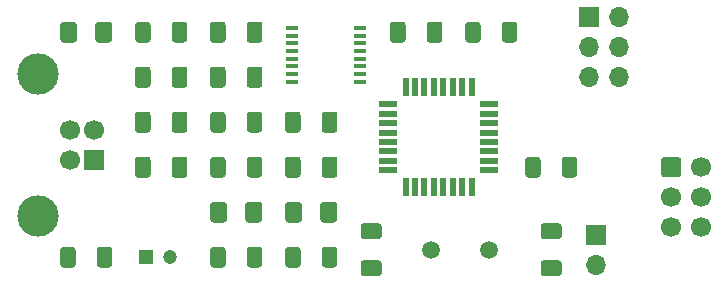
<source format=gts>
%TF.GenerationSoftware,KiCad,Pcbnew,(5.1.10-0-10_14)*%
%TF.CreationDate,2021-11-02T10:24:53+01:00*%
%TF.ProjectId,UPDI_programmer,55504449-5f70-4726-9f67-72616d6d6572,rev?*%
%TF.SameCoordinates,Original*%
%TF.FileFunction,Soldermask,Top*%
%TF.FilePolarity,Negative*%
%FSLAX46Y46*%
G04 Gerber Fmt 4.6, Leading zero omitted, Abs format (unit mm)*
G04 Created by KiCad (PCBNEW (5.1.10-0-10_14)) date 2021-11-02 10:24:53*
%MOMM*%
%LPD*%
G01*
G04 APERTURE LIST*
%ADD10C,3.500000*%
%ADD11C,1.700000*%
%ADD12R,1.700000X1.700000*%
%ADD13O,1.700000X1.700000*%
%ADD14C,1.500000*%
%ADD15R,1.000000X0.400000*%
%ADD16R,1.600000X0.550000*%
%ADD17R,0.550000X1.600000*%
%ADD18C,1.200000*%
%ADD19R,1.200000X1.200000*%
G04 APERTURE END LIST*
D10*
%TO.C,J3*%
X103240000Y-61945000D03*
X103240000Y-73985000D03*
D11*
X105950000Y-69215000D03*
X105950000Y-66715000D03*
X107950000Y-66715000D03*
D12*
X107950000Y-69215000D03*
%TD*%
D13*
%TO.C,J2*%
X152400000Y-62230000D03*
X149860000Y-62230000D03*
X152400000Y-59690000D03*
X149860000Y-59690000D03*
X152400000Y-57150000D03*
D12*
X149860000Y-57150000D03*
%TD*%
D14*
%TO.C,Y1*%
X141405000Y-76835000D03*
X136525000Y-76835000D03*
%TD*%
D15*
%TO.C,U1*%
X130535000Y-58050000D03*
X130535000Y-58700000D03*
X130535000Y-59350000D03*
X130535000Y-60000000D03*
X130535000Y-60650000D03*
X130535000Y-61300000D03*
X130535000Y-61950000D03*
X130535000Y-62600000D03*
X124735000Y-62600000D03*
X124735000Y-61950000D03*
X124735000Y-61300000D03*
X124735000Y-60650000D03*
X124735000Y-60000000D03*
X124735000Y-59350000D03*
X124735000Y-58700000D03*
X124735000Y-58050000D03*
%TD*%
D16*
%TO.C,U2*%
X132910000Y-70110000D03*
X132910000Y-69310000D03*
X132910000Y-68510000D03*
X132910000Y-67710000D03*
X132910000Y-66910000D03*
X132910000Y-66110000D03*
X132910000Y-65310000D03*
X132910000Y-64510000D03*
D17*
X134360000Y-63060000D03*
X135160000Y-63060000D03*
X135960000Y-63060000D03*
X136760000Y-63060000D03*
X137560000Y-63060000D03*
X138360000Y-63060000D03*
X139160000Y-63060000D03*
X139960000Y-63060000D03*
D16*
X141410000Y-64510000D03*
X141410000Y-65310000D03*
X141410000Y-66110000D03*
X141410000Y-66910000D03*
X141410000Y-67710000D03*
X141410000Y-68510000D03*
X141410000Y-69310000D03*
X141410000Y-70110000D03*
D17*
X139960000Y-71560000D03*
X139160000Y-71560000D03*
X138360000Y-71560000D03*
X137560000Y-71560000D03*
X136760000Y-71560000D03*
X135960000Y-71560000D03*
X135160000Y-71560000D03*
X134360000Y-71560000D03*
%TD*%
%TO.C,R5*%
G36*
G01*
X127265000Y-78095000D02*
X127265000Y-76845000D01*
G75*
G02*
X127515000Y-76595000I250000J0D01*
G01*
X128315000Y-76595000D01*
G75*
G02*
X128565000Y-76845000I0J-250000D01*
G01*
X128565000Y-78095000D01*
G75*
G02*
X128315000Y-78345000I-250000J0D01*
G01*
X127515000Y-78345000D01*
G75*
G02*
X127265000Y-78095000I0J250000D01*
G01*
G37*
G36*
G01*
X124165000Y-78095000D02*
X124165000Y-76845000D01*
G75*
G02*
X124415000Y-76595000I250000J0D01*
G01*
X125215000Y-76595000D01*
G75*
G02*
X125465000Y-76845000I0J-250000D01*
G01*
X125465000Y-78095000D01*
G75*
G02*
X125215000Y-78345000I-250000J0D01*
G01*
X124415000Y-78345000D01*
G75*
G02*
X124165000Y-78095000I0J250000D01*
G01*
G37*
%TD*%
%TO.C,R1*%
G36*
G01*
X114565000Y-59045000D02*
X114565000Y-57795000D01*
G75*
G02*
X114815000Y-57545000I250000J0D01*
G01*
X115615000Y-57545000D01*
G75*
G02*
X115865000Y-57795000I0J-250000D01*
G01*
X115865000Y-59045000D01*
G75*
G02*
X115615000Y-59295000I-250000J0D01*
G01*
X114815000Y-59295000D01*
G75*
G02*
X114565000Y-59045000I0J250000D01*
G01*
G37*
G36*
G01*
X111465000Y-59045000D02*
X111465000Y-57795000D01*
G75*
G02*
X111715000Y-57545000I250000J0D01*
G01*
X112515000Y-57545000D01*
G75*
G02*
X112765000Y-57795000I0J-250000D01*
G01*
X112765000Y-59045000D01*
G75*
G02*
X112515000Y-59295000I-250000J0D01*
G01*
X111715000Y-59295000D01*
G75*
G02*
X111465000Y-59045000I0J250000D01*
G01*
G37*
%TD*%
%TO.C,R4*%
G36*
G01*
X120915000Y-78095000D02*
X120915000Y-76845000D01*
G75*
G02*
X121165000Y-76595000I250000J0D01*
G01*
X121965000Y-76595000D01*
G75*
G02*
X122215000Y-76845000I0J-250000D01*
G01*
X122215000Y-78095000D01*
G75*
G02*
X121965000Y-78345000I-250000J0D01*
G01*
X121165000Y-78345000D01*
G75*
G02*
X120915000Y-78095000I0J250000D01*
G01*
G37*
G36*
G01*
X117815000Y-78095000D02*
X117815000Y-76845000D01*
G75*
G02*
X118065000Y-76595000I250000J0D01*
G01*
X118865000Y-76595000D01*
G75*
G02*
X119115000Y-76845000I0J-250000D01*
G01*
X119115000Y-78095000D01*
G75*
G02*
X118865000Y-78345000I-250000J0D01*
G01*
X118065000Y-78345000D01*
G75*
G02*
X117815000Y-78095000I0J250000D01*
G01*
G37*
%TD*%
%TO.C,R6*%
G36*
G01*
X142505000Y-59045000D02*
X142505000Y-57795000D01*
G75*
G02*
X142755000Y-57545000I250000J0D01*
G01*
X143555000Y-57545000D01*
G75*
G02*
X143805000Y-57795000I0J-250000D01*
G01*
X143805000Y-59045000D01*
G75*
G02*
X143555000Y-59295000I-250000J0D01*
G01*
X142755000Y-59295000D01*
G75*
G02*
X142505000Y-59045000I0J250000D01*
G01*
G37*
G36*
G01*
X139405000Y-59045000D02*
X139405000Y-57795000D01*
G75*
G02*
X139655000Y-57545000I250000J0D01*
G01*
X140455000Y-57545000D01*
G75*
G02*
X140705000Y-57795000I0J-250000D01*
G01*
X140705000Y-59045000D01*
G75*
G02*
X140455000Y-59295000I-250000J0D01*
G01*
X139655000Y-59295000D01*
G75*
G02*
X139405000Y-59045000I0J250000D01*
G01*
G37*
%TD*%
%TO.C,R2*%
G36*
G01*
X120915000Y-66665000D02*
X120915000Y-65415000D01*
G75*
G02*
X121165000Y-65165000I250000J0D01*
G01*
X121965000Y-65165000D01*
G75*
G02*
X122215000Y-65415000I0J-250000D01*
G01*
X122215000Y-66665000D01*
G75*
G02*
X121965000Y-66915000I-250000J0D01*
G01*
X121165000Y-66915000D01*
G75*
G02*
X120915000Y-66665000I0J250000D01*
G01*
G37*
G36*
G01*
X117815000Y-66665000D02*
X117815000Y-65415000D01*
G75*
G02*
X118065000Y-65165000I250000J0D01*
G01*
X118865000Y-65165000D01*
G75*
G02*
X119115000Y-65415000I0J-250000D01*
G01*
X119115000Y-66665000D01*
G75*
G02*
X118865000Y-66915000I-250000J0D01*
G01*
X118065000Y-66915000D01*
G75*
G02*
X117815000Y-66665000I0J250000D01*
G01*
G37*
%TD*%
%TO.C,R3*%
G36*
G01*
X120915000Y-70475000D02*
X120915000Y-69225000D01*
G75*
G02*
X121165000Y-68975000I250000J0D01*
G01*
X121965000Y-68975000D01*
G75*
G02*
X122215000Y-69225000I0J-250000D01*
G01*
X122215000Y-70475000D01*
G75*
G02*
X121965000Y-70725000I-250000J0D01*
G01*
X121165000Y-70725000D01*
G75*
G02*
X120915000Y-70475000I0J250000D01*
G01*
G37*
G36*
G01*
X117815000Y-70475000D02*
X117815000Y-69225000D01*
G75*
G02*
X118065000Y-68975000I250000J0D01*
G01*
X118865000Y-68975000D01*
G75*
G02*
X119115000Y-69225000I0J-250000D01*
G01*
X119115000Y-70475000D01*
G75*
G02*
X118865000Y-70725000I-250000J0D01*
G01*
X118065000Y-70725000D01*
G75*
G02*
X117815000Y-70475000I0J250000D01*
G01*
G37*
%TD*%
%TO.C,R7*%
G36*
G01*
X147585000Y-70475000D02*
X147585000Y-69225000D01*
G75*
G02*
X147835000Y-68975000I250000J0D01*
G01*
X148635000Y-68975000D01*
G75*
G02*
X148885000Y-69225000I0J-250000D01*
G01*
X148885000Y-70475000D01*
G75*
G02*
X148635000Y-70725000I-250000J0D01*
G01*
X147835000Y-70725000D01*
G75*
G02*
X147585000Y-70475000I0J250000D01*
G01*
G37*
G36*
G01*
X144485000Y-70475000D02*
X144485000Y-69225000D01*
G75*
G02*
X144735000Y-68975000I250000J0D01*
G01*
X145535000Y-68975000D01*
G75*
G02*
X145785000Y-69225000I0J-250000D01*
G01*
X145785000Y-70475000D01*
G75*
G02*
X145535000Y-70725000I-250000J0D01*
G01*
X144735000Y-70725000D01*
G75*
G02*
X144485000Y-70475000I0J250000D01*
G01*
G37*
%TD*%
D13*
%TO.C,JP1*%
X150495000Y-78105000D03*
D12*
X150495000Y-75565000D03*
%TD*%
D11*
%TO.C,J1*%
X159385000Y-74930000D03*
X159385000Y-72390000D03*
X159385000Y-69850000D03*
X156845000Y-74930000D03*
X156845000Y-72390000D03*
G36*
G01*
X155995000Y-70450000D02*
X155995000Y-69250000D01*
G75*
G02*
X156245000Y-69000000I250000J0D01*
G01*
X157445000Y-69000000D01*
G75*
G02*
X157695000Y-69250000I0J-250000D01*
G01*
X157695000Y-70450000D01*
G75*
G02*
X157445000Y-70700000I-250000J0D01*
G01*
X156245000Y-70700000D01*
G75*
G02*
X155995000Y-70450000I0J250000D01*
G01*
G37*
%TD*%
%TO.C,FB1*%
G36*
G01*
X106415000Y-76845000D02*
X106415000Y-78095000D01*
G75*
G02*
X106165000Y-78345000I-250000J0D01*
G01*
X105365000Y-78345000D01*
G75*
G02*
X105115000Y-78095000I0J250000D01*
G01*
X105115000Y-76845000D01*
G75*
G02*
X105365000Y-76595000I250000J0D01*
G01*
X106165000Y-76595000D01*
G75*
G02*
X106415000Y-76845000I0J-250000D01*
G01*
G37*
G36*
G01*
X109515000Y-76845000D02*
X109515000Y-78095000D01*
G75*
G02*
X109265000Y-78345000I-250000J0D01*
G01*
X108465000Y-78345000D01*
G75*
G02*
X108215000Y-78095000I0J250000D01*
G01*
X108215000Y-76845000D01*
G75*
G02*
X108465000Y-76595000I250000J0D01*
G01*
X109265000Y-76595000D01*
G75*
G02*
X109515000Y-76845000I0J-250000D01*
G01*
G37*
%TD*%
%TO.C,D3*%
G36*
G01*
X108090000Y-59045000D02*
X108090000Y-57795000D01*
G75*
G02*
X108340000Y-57545000I250000J0D01*
G01*
X109265000Y-57545000D01*
G75*
G02*
X109515000Y-57795000I0J-250000D01*
G01*
X109515000Y-59045000D01*
G75*
G02*
X109265000Y-59295000I-250000J0D01*
G01*
X108340000Y-59295000D01*
G75*
G02*
X108090000Y-59045000I0J250000D01*
G01*
G37*
G36*
G01*
X105115000Y-59045000D02*
X105115000Y-57795000D01*
G75*
G02*
X105365000Y-57545000I250000J0D01*
G01*
X106290000Y-57545000D01*
G75*
G02*
X106540000Y-57795000I0J-250000D01*
G01*
X106540000Y-59045000D01*
G75*
G02*
X106290000Y-59295000I-250000J0D01*
G01*
X105365000Y-59295000D01*
G75*
G02*
X105115000Y-59045000I0J250000D01*
G01*
G37*
%TD*%
%TO.C,D2*%
G36*
G01*
X127140000Y-74285000D02*
X127140000Y-73035000D01*
G75*
G02*
X127390000Y-72785000I250000J0D01*
G01*
X128315000Y-72785000D01*
G75*
G02*
X128565000Y-73035000I0J-250000D01*
G01*
X128565000Y-74285000D01*
G75*
G02*
X128315000Y-74535000I-250000J0D01*
G01*
X127390000Y-74535000D01*
G75*
G02*
X127140000Y-74285000I0J250000D01*
G01*
G37*
G36*
G01*
X124165000Y-74285000D02*
X124165000Y-73035000D01*
G75*
G02*
X124415000Y-72785000I250000J0D01*
G01*
X125340000Y-72785000D01*
G75*
G02*
X125590000Y-73035000I0J-250000D01*
G01*
X125590000Y-74285000D01*
G75*
G02*
X125340000Y-74535000I-250000J0D01*
G01*
X124415000Y-74535000D01*
G75*
G02*
X124165000Y-74285000I0J250000D01*
G01*
G37*
%TD*%
%TO.C,D1*%
G36*
G01*
X120790000Y-74285000D02*
X120790000Y-73035000D01*
G75*
G02*
X121040000Y-72785000I250000J0D01*
G01*
X121965000Y-72785000D01*
G75*
G02*
X122215000Y-73035000I0J-250000D01*
G01*
X122215000Y-74285000D01*
G75*
G02*
X121965000Y-74535000I-250000J0D01*
G01*
X121040000Y-74535000D01*
G75*
G02*
X120790000Y-74285000I0J250000D01*
G01*
G37*
G36*
G01*
X117815000Y-74285000D02*
X117815000Y-73035000D01*
G75*
G02*
X118065000Y-72785000I250000J0D01*
G01*
X118990000Y-72785000D01*
G75*
G02*
X119240000Y-73035000I0J-250000D01*
G01*
X119240000Y-74285000D01*
G75*
G02*
X118990000Y-74535000I-250000J0D01*
G01*
X118065000Y-74535000D01*
G75*
G02*
X117815000Y-74285000I0J250000D01*
G01*
G37*
%TD*%
%TO.C,C9*%
G36*
G01*
X136155000Y-59070001D02*
X136155000Y-57769999D01*
G75*
G02*
X136404999Y-57520000I249999J0D01*
G01*
X137230001Y-57520000D01*
G75*
G02*
X137480000Y-57769999I0J-249999D01*
G01*
X137480000Y-59070001D01*
G75*
G02*
X137230001Y-59320000I-249999J0D01*
G01*
X136404999Y-59320000D01*
G75*
G02*
X136155000Y-59070001I0J249999D01*
G01*
G37*
G36*
G01*
X133030000Y-59070001D02*
X133030000Y-57769999D01*
G75*
G02*
X133279999Y-57520000I249999J0D01*
G01*
X134105001Y-57520000D01*
G75*
G02*
X134355000Y-57769999I0J-249999D01*
G01*
X134355000Y-59070001D01*
G75*
G02*
X134105001Y-59320000I-249999J0D01*
G01*
X133279999Y-59320000D01*
G75*
G02*
X133030000Y-59070001I0J249999D01*
G01*
G37*
%TD*%
D18*
%TO.C,C4*%
X114395000Y-77470000D03*
D19*
X112395000Y-77470000D03*
%TD*%
%TO.C,C6*%
G36*
G01*
X120915000Y-62880001D02*
X120915000Y-61579999D01*
G75*
G02*
X121164999Y-61330000I249999J0D01*
G01*
X121990001Y-61330000D01*
G75*
G02*
X122240000Y-61579999I0J-249999D01*
G01*
X122240000Y-62880001D01*
G75*
G02*
X121990001Y-63130000I-249999J0D01*
G01*
X121164999Y-63130000D01*
G75*
G02*
X120915000Y-62880001I0J249999D01*
G01*
G37*
G36*
G01*
X117790000Y-62880001D02*
X117790000Y-61579999D01*
G75*
G02*
X118039999Y-61330000I249999J0D01*
G01*
X118865001Y-61330000D01*
G75*
G02*
X119115000Y-61579999I0J-249999D01*
G01*
X119115000Y-62880001D01*
G75*
G02*
X118865001Y-63130000I-249999J0D01*
G01*
X118039999Y-63130000D01*
G75*
G02*
X117790000Y-62880001I0J249999D01*
G01*
G37*
%TD*%
%TO.C,C1*%
G36*
G01*
X114565000Y-62880001D02*
X114565000Y-61579999D01*
G75*
G02*
X114814999Y-61330000I249999J0D01*
G01*
X115640001Y-61330000D01*
G75*
G02*
X115890000Y-61579999I0J-249999D01*
G01*
X115890000Y-62880001D01*
G75*
G02*
X115640001Y-63130000I-249999J0D01*
G01*
X114814999Y-63130000D01*
G75*
G02*
X114565000Y-62880001I0J249999D01*
G01*
G37*
G36*
G01*
X111440000Y-62880001D02*
X111440000Y-61579999D01*
G75*
G02*
X111689999Y-61330000I249999J0D01*
G01*
X112515001Y-61330000D01*
G75*
G02*
X112765000Y-61579999I0J-249999D01*
G01*
X112765000Y-62880001D01*
G75*
G02*
X112515001Y-63130000I-249999J0D01*
G01*
X111689999Y-63130000D01*
G75*
G02*
X111440000Y-62880001I0J249999D01*
G01*
G37*
%TD*%
%TO.C,C2*%
G36*
G01*
X114565000Y-66690001D02*
X114565000Y-65389999D01*
G75*
G02*
X114814999Y-65140000I249999J0D01*
G01*
X115640001Y-65140000D01*
G75*
G02*
X115890000Y-65389999I0J-249999D01*
G01*
X115890000Y-66690001D01*
G75*
G02*
X115640001Y-66940000I-249999J0D01*
G01*
X114814999Y-66940000D01*
G75*
G02*
X114565000Y-66690001I0J249999D01*
G01*
G37*
G36*
G01*
X111440000Y-66690001D02*
X111440000Y-65389999D01*
G75*
G02*
X111689999Y-65140000I249999J0D01*
G01*
X112515001Y-65140000D01*
G75*
G02*
X112765000Y-65389999I0J-249999D01*
G01*
X112765000Y-66690001D01*
G75*
G02*
X112515001Y-66940000I-249999J0D01*
G01*
X111689999Y-66940000D01*
G75*
G02*
X111440000Y-66690001I0J249999D01*
G01*
G37*
%TD*%
%TO.C,C3*%
G36*
G01*
X114565000Y-70500001D02*
X114565000Y-69199999D01*
G75*
G02*
X114814999Y-68950000I249999J0D01*
G01*
X115640001Y-68950000D01*
G75*
G02*
X115890000Y-69199999I0J-249999D01*
G01*
X115890000Y-70500001D01*
G75*
G02*
X115640001Y-70750000I-249999J0D01*
G01*
X114814999Y-70750000D01*
G75*
G02*
X114565000Y-70500001I0J249999D01*
G01*
G37*
G36*
G01*
X111440000Y-70500001D02*
X111440000Y-69199999D01*
G75*
G02*
X111689999Y-68950000I249999J0D01*
G01*
X112515001Y-68950000D01*
G75*
G02*
X112765000Y-69199999I0J-249999D01*
G01*
X112765000Y-70500001D01*
G75*
G02*
X112515001Y-70750000I-249999J0D01*
G01*
X111689999Y-70750000D01*
G75*
G02*
X111440000Y-70500001I0J249999D01*
G01*
G37*
%TD*%
%TO.C,C11*%
G36*
G01*
X146034999Y-77735000D02*
X147335001Y-77735000D01*
G75*
G02*
X147585000Y-77984999I0J-249999D01*
G01*
X147585000Y-78810001D01*
G75*
G02*
X147335001Y-79060000I-249999J0D01*
G01*
X146034999Y-79060000D01*
G75*
G02*
X145785000Y-78810001I0J249999D01*
G01*
X145785000Y-77984999D01*
G75*
G02*
X146034999Y-77735000I249999J0D01*
G01*
G37*
G36*
G01*
X146034999Y-74610000D02*
X147335001Y-74610000D01*
G75*
G02*
X147585000Y-74859999I0J-249999D01*
G01*
X147585000Y-75685001D01*
G75*
G02*
X147335001Y-75935000I-249999J0D01*
G01*
X146034999Y-75935000D01*
G75*
G02*
X145785000Y-75685001I0J249999D01*
G01*
X145785000Y-74859999D01*
G75*
G02*
X146034999Y-74610000I249999J0D01*
G01*
G37*
%TD*%
%TO.C,C10*%
G36*
G01*
X132095001Y-75935000D02*
X130794999Y-75935000D01*
G75*
G02*
X130545000Y-75685001I0J249999D01*
G01*
X130545000Y-74859999D01*
G75*
G02*
X130794999Y-74610000I249999J0D01*
G01*
X132095001Y-74610000D01*
G75*
G02*
X132345000Y-74859999I0J-249999D01*
G01*
X132345000Y-75685001D01*
G75*
G02*
X132095001Y-75935000I-249999J0D01*
G01*
G37*
G36*
G01*
X132095001Y-79060000D02*
X130794999Y-79060000D01*
G75*
G02*
X130545000Y-78810001I0J249999D01*
G01*
X130545000Y-77984999D01*
G75*
G02*
X130794999Y-77735000I249999J0D01*
G01*
X132095001Y-77735000D01*
G75*
G02*
X132345000Y-77984999I0J-249999D01*
G01*
X132345000Y-78810001D01*
G75*
G02*
X132095001Y-79060000I-249999J0D01*
G01*
G37*
%TD*%
%TO.C,C8*%
G36*
G01*
X127265000Y-70500001D02*
X127265000Y-69199999D01*
G75*
G02*
X127514999Y-68950000I249999J0D01*
G01*
X128340001Y-68950000D01*
G75*
G02*
X128590000Y-69199999I0J-249999D01*
G01*
X128590000Y-70500001D01*
G75*
G02*
X128340001Y-70750000I-249999J0D01*
G01*
X127514999Y-70750000D01*
G75*
G02*
X127265000Y-70500001I0J249999D01*
G01*
G37*
G36*
G01*
X124140000Y-70500001D02*
X124140000Y-69199999D01*
G75*
G02*
X124389999Y-68950000I249999J0D01*
G01*
X125215001Y-68950000D01*
G75*
G02*
X125465000Y-69199999I0J-249999D01*
G01*
X125465000Y-70500001D01*
G75*
G02*
X125215001Y-70750000I-249999J0D01*
G01*
X124389999Y-70750000D01*
G75*
G02*
X124140000Y-70500001I0J249999D01*
G01*
G37*
%TD*%
%TO.C,C7*%
G36*
G01*
X127265000Y-66690001D02*
X127265000Y-65389999D01*
G75*
G02*
X127514999Y-65140000I249999J0D01*
G01*
X128340001Y-65140000D01*
G75*
G02*
X128590000Y-65389999I0J-249999D01*
G01*
X128590000Y-66690001D01*
G75*
G02*
X128340001Y-66940000I-249999J0D01*
G01*
X127514999Y-66940000D01*
G75*
G02*
X127265000Y-66690001I0J249999D01*
G01*
G37*
G36*
G01*
X124140000Y-66690001D02*
X124140000Y-65389999D01*
G75*
G02*
X124389999Y-65140000I249999J0D01*
G01*
X125215001Y-65140000D01*
G75*
G02*
X125465000Y-65389999I0J-249999D01*
G01*
X125465000Y-66690001D01*
G75*
G02*
X125215001Y-66940000I-249999J0D01*
G01*
X124389999Y-66940000D01*
G75*
G02*
X124140000Y-66690001I0J249999D01*
G01*
G37*
%TD*%
%TO.C,C5*%
G36*
G01*
X120915000Y-59070001D02*
X120915000Y-57769999D01*
G75*
G02*
X121164999Y-57520000I249999J0D01*
G01*
X121990001Y-57520000D01*
G75*
G02*
X122240000Y-57769999I0J-249999D01*
G01*
X122240000Y-59070001D01*
G75*
G02*
X121990001Y-59320000I-249999J0D01*
G01*
X121164999Y-59320000D01*
G75*
G02*
X120915000Y-59070001I0J249999D01*
G01*
G37*
G36*
G01*
X117790000Y-59070001D02*
X117790000Y-57769999D01*
G75*
G02*
X118039999Y-57520000I249999J0D01*
G01*
X118865001Y-57520000D01*
G75*
G02*
X119115000Y-57769999I0J-249999D01*
G01*
X119115000Y-59070001D01*
G75*
G02*
X118865001Y-59320000I-249999J0D01*
G01*
X118039999Y-59320000D01*
G75*
G02*
X117790000Y-59070001I0J249999D01*
G01*
G37*
%TD*%
M02*

</source>
